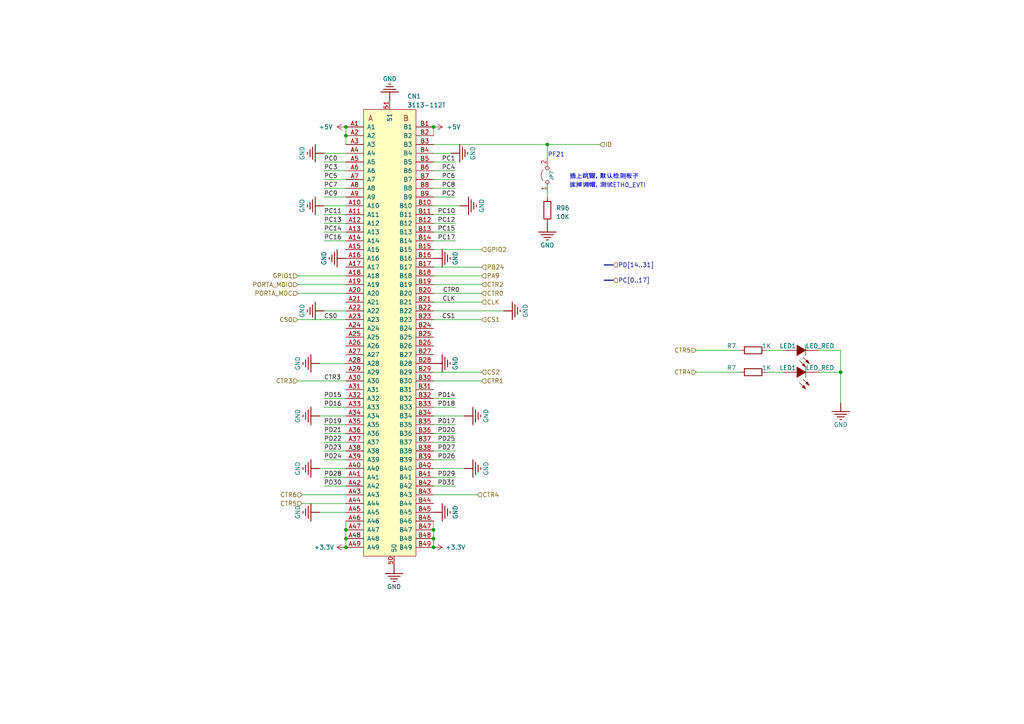
<source format=kicad_sch>
(kicad_sch (version 20230121) (generator eeschema)
  (paper "A4")
  (title_block (title "HPM5E00EVK") (date "2024-04-06") (rev "RevB") (comment 1 "PPI"))
  (lib_symbols
    (symbol "00_HPM_power:+3.3V" (power) (pin_names (offset 0))
      (property "Value" "+3.3V" (at 0 3.556 0))
      (symbol "+3.3V_0_1"
        (polyline (pts (xy -0.762 1.27) (xy 0 2.54)))
        (polyline (pts (xy 0 0) (xy 0 2.54)))
        (polyline (pts (xy 0 2.54) (xy 0.762 1.27)))
      )
      (symbol "+3.3V_1_1"
        (pin power_in line (at 0 0 90) (length 0) hide (name "+3.3V") (number "1"))
      )
    )
    (symbol "00_HPM_power:+5V" (power) (pin_names (offset 0))
      (property "Value" "+5V" (at 0 3.556 0))
      (symbol "+5V_0_1"
        (polyline (pts (xy -0.762 1.27) (xy 0 2.54)))
        (polyline (pts (xy 0 0) (xy 0 2.54)))
        (polyline (pts (xy 0 2.54) (xy 0.762 1.27)))
      )
      (symbol "+5V_1_1"
        (pin power_in line (at 0 0 90) (length 0) hide (name "+5V") (number "1"))
      )
    )
    (symbol "00_HPM_power:GND" (power)
      (property "Value" "GND" (at 0 -6.35 0))
      (symbol "GND_0_0"
        (polyline (pts (xy -2.54 -2.54) (xy 2.54 -2.54)) (stroke (width 0.254)))
        (polyline (pts (xy -1.778 -3.302) (xy 1.778 -3.302)) (stroke (width 0.254)))
        (polyline (pts (xy -1.016 -4.064) (xy 1.016 -4.064)) (stroke (width 0.254)))
        (polyline (pts (xy -0.254 -4.826) (xy 0.254 -4.826)) (stroke (width 0.254)))
        (polyline (pts (xy 0 0) (xy 0 -2.54)) (stroke (width 0.254)))
        (pin power_in line (at 0 0 0) (length 0) hide (name "GND") (number ""))
      )
    )
    (symbol "01-HPM-Peripheral:Jumper_2" (pin_names (offset 0) hide)
      (property "Reference" "JP" (at 0 0 90))
      (symbol "Jumper_2_0_0"
        (circle (center -2.032 0) (radius 0.508))
        (circle (center 2.032 0) (radius 0.508))
      )
      (symbol "Jumper_2_0_1"
        (arc (start 1.524 1.27) (mid 0 1.778) (end -1.524 1.27))
      )
      (symbol "Jumper_2_1_1"
        (pin passive line (at -5.08 0 0) (length 2.54) (name "A") (number "1"))
        (pin passive line (at 5.08 0 180) (length 2.54) (name "B") (number "2"))
      )
    )
    (symbol "01-HPM-Peripheral:LED_RED" (pin_numbers hide) (pin_names (offset 1.016) hide)
      (property "Reference" "LED" (at 0 10.16 0))
      (property "Value" "LED_RED" (at 0 13.97 0))
      (symbol "LED_RED_1_1"
        (polyline (pts (xy -2.54 1.524) (xy -2.54 -1.524)) (stroke (width 0.1524)))
        (polyline (pts (xy -1.778 2.032) (xy -3.556 3.81)) (stroke (width 0.1524)))
        (polyline (pts (xy -0.762 3.048) (xy -2.54 4.826)) (stroke (width 0.1524)))
        (polyline (pts (xy -3.556 3.81) (xy -2.54 3.302) (xy -3.048 2.794) (xy -3.556 3.81)) (stroke (width 0.1524)) (fill (type outline)))
        (polyline (pts (xy -2.54 4.826) (xy -1.524 4.318) (xy -2.032 3.81) (xy -2.54 4.826)) (stroke (width 0.1524)) (fill (type outline)))
        (polyline (pts (xy 0 -1.524) (xy -2.54 0) (xy 0 1.524) (xy 0 -1.524)) (stroke (width 0.1524)) (fill (type outline)))
        (pin input line (at -6.35 0 0) (length 3.81) (name "K") (number "1"))
        (pin input line (at 3.81 0 180) (length 3.81) (name "A") (number "2"))
      )
    )
    (symbol "02_HPM_Resistor:10K_0402" (pin_numbers hide) (pin_names (offset 0))
      (property "Reference" "R" (at 0 3.81 0))
      (property "Value" "10K" (at 0 6.35 0))
      (symbol "10K_0402_0_1"
        (rectangle (start 2.54 -1.016) (end -2.54 1.016) (stroke (width 0.254)))
      )
      (symbol "10K_0402_1_1"
        (pin passive line (at -3.81 0 0) (length 1.27) (name "~") (number "1"))
        (pin passive line (at 3.81 0 180) (length 1.27) (name "~") (number "2"))
      )
    )
    (symbol "02_HPM_Resistor:1K_0402" (pin_numbers hide) (pin_names (offset 0))
      (property "Reference" "R" (at 0 3.81 0))
      (property "Value" "1K" (at 0 6.35 0))
      (symbol "1K_0402_0_1"
        (rectangle (start 2.54 -1.016) (end -2.54 1.016) (stroke (width 0.254)))
      )
      (symbol "1K_0402_1_1"
        (pin passive line (at -3.81 0 0) (length 1.27) (name "~") (number "1"))
        (pin passive line (at 3.81 0 180) (length 1.27) (name "~") (number "2"))
      )
    )
    (symbol "05_HPM_Connector_Goldfinger:3113-112T" (pin_names (offset 1.016))
      (property "Reference" "CN" (at -6.985 98.425 0))
      (property "Value" "3113-112T" (at -6.985 95.885 0))
      (symbol "3113-112T_1_1"
        (rectangle (start -8.89 86.36) (end 6.35 -43.18) (fill (type background)))
        (text "A" (at -7.62 83.82 0) (effects (font (size 1.6256 1.6256)) (justify left)))
        (text "B" (at 2.54 83.82 0) (effects (font (size 1.6256 1.6256)) (justify left)))
        (pin input line (at 0 -45.72 90) (length 2.54) (name "50") (number "50"))
        (pin input line (at -1.27 88.9 270) (length 2.54) (name "51") (number "51"))
        (pin input line (at -13.97 81.28 0) (length 5.08) (name "A1") (number "A1"))
        (pin input line (at -13.97 58.42 0) (length 5.08) (name "A10") (number "A10"))
        (pin input line (at -13.97 55.88 0) (length 5.08) (name "A11") (number "A11"))
        (pin input line (at -13.97 53.34 0) (length 5.08) (name "A12") (number "A12"))
        (pin input line (at -13.97 50.8 0) (length 5.08) (name "A13") (number "A13"))
        (pin input line (at -13.97 48.26 0) (length 5.08) (name "A14") (number "A14"))
        (pin input line (at -13.97 45.72 0) (length 5.08) (name "A15") (number "A15"))
        (pin input line (at -13.97 43.18 0) (length 5.08) (name "A16") (number "A16"))
        (pin input line (at -13.97 40.64 0) (length 5.08) (name "A17") (number "A17"))
        (pin input line (at -13.97 38.1 0) (length 5.08) (name "A18") (number "A18"))
        (pin input line (at -13.97 35.56 0) (length 5.08) (name "A19") (number "A19"))
        (pin input line (at -13.97 78.74 0) (length 5.08) (name "A2") (number "A2"))
        (pin input line (at -13.97 33.02 0) (length 5.08) (name "A20") (number "A20"))
        (pin input line (at -13.97 30.48 0) (length 5.08) (name "A21") (number "A21"))
        (pin input line (at -13.97 27.94 0) (length 5.08) (name "A22") (number "A22"))
        (pin input line (at -13.97 25.4 0) (length 5.08) (name "A23") (number "A23"))
        (pin input line (at -13.97 22.86 0) (length 5.08) (name "A24") (number "A24"))
        (pin input line (at -13.97 20.32 0) (length 5.08) (name "A25") (number "A25"))
        (pin input line (at -13.97 17.78 0) (length 5.08) (name "A26") (number "A26"))
        (pin input line (at -13.97 15.24 0) (length 5.08) (name "A27") (number "A27"))
        (pin input line (at -13.97 12.7 0) (length 5.08) (name "A28") (number "A28"))
        (pin input line (at -13.97 10.16 0) (length 5.08) (name "A29") (number "A29"))
        (pin input line (at -13.97 76.2 0) (length 5.08) (name "A3") (number "A3"))
        (pin input line (at -13.97 7.62 0) (length 5.08) (name "A30") (number "A30"))
        (pin input line (at -13.97 5.08 0) (length 5.08) (name "A31") (number "A31"))
        (pin input line (at -13.97 2.54 0) (length 5.08) (name "A32") (number "A32"))
        (pin input line (at -13.97 0 0) (length 5.08) (name "A33") (number "A33"))
        (pin input line (at -13.97 -2.54 0) (length 5.08) (name "A34") (number "A34"))
        (pin input line (at -13.97 -5.08 0) (length 5.08) (name "A35") (number "A35"))
        (pin input line (at -13.97 -7.62 0) (length 5.08) (name "A36") (number "A36"))
        (pin input line (at -13.97 -10.16 0) (length 5.08) (name "A37") (number "A37"))
        (pin input line (at -13.97 -12.7 0) (length 5.08) (name "A38") (number "A38"))
        (pin input line (at -13.97 -15.24 0) (length 5.08) (name "A39") (number "A39"))
        (pin input line (at -13.97 73.66 0) (length 5.08) (name "A4") (number "A4"))
        (pin input line (at -13.97 -17.78 0) (length 5.08) (name "A40") (number "A40"))
        (pin input line (at -13.97 -20.32 0) (length 5.08) (name "A41") (number "A41"))
        (pin input line (at -13.97 -22.86 0) (length 5.08) (name "A42") (number "A42"))
        (pin input line (at -13.97 -25.4 0) (length 5.08) (name "A43") (number "A43"))
        (pin input line (at -13.97 -27.94 0) (length 5.08) (name "A44") (number "A44"))
        (pin input line (at -13.97 -30.48 0) (length 5.08) (name "A45") (number "A45"))
        (pin input line (at -13.97 -33.02 0) (length 5.08) (name "A46") (number "A46"))
        (pin input line (at -13.97 -35.56 0) (length 5.08) (name "A47") (number "A47"))
        (pin input line (at -13.97 -38.1 0) (length 5.08) (name "A48") (number "A48"))
        (pin input line (at -13.97 -40.64 0) (length 5.08) (name "A49") (number "A49"))
        (pin input line (at -13.97 71.12 0) (length 5.08) (name "A5") (number "A5"))
        (pin input line (at -13.97 68.58 0) (length 5.08) (name "A6") (number "A6"))
        (pin input line (at -13.97 66.04 0) (length 5.08) (name "A7") (number "A7"))
        (pin input line (at -13.97 63.5 0) (length 5.08) (name "A8") (number "A8"))
        (pin input line (at -13.97 60.96 0) (length 5.08) (name "A9") (number "A9"))
        (pin input line (at 11.43 81.28 180) (length 5.08) (name "B1") (number "B1"))
        (pin input line (at 11.43 58.42 180) (length 5.08) (name "B10") (number "B10"))
        (pin input line (at 11.43 55.88 180) (length 5.08) (name "B11") (number "B11"))
        (pin input line (at 11.43 53.34 180) (length 5.08) (name "B12") (number "B12"))
        (pin input line (at 11.43 50.8 180) (length 5.08) (name "B13") (number "B13"))
        (pin input line (at 11.43 48.26 180) (length 5.08) (name "B14") (number "B14"))
        (pin input line (at 11.43 45.72 180) (length 5.08) (name "B15") (number "B15"))
        (pin input line (at 11.43 43.18 180) (length 5.08) (name "B16") (number "B16"))
        (pin input line (at 11.43 40.64 180) (length 5.08) (name "B17") (number "B17"))
        (pin input line (at 11.43 38.1 180) (length 5.08) (name "B18") (number "B18"))
        (pin input line (at 11.43 35.56 180) (length 5.08) (name "B19") (number "B19"))
        (pin input line (at 11.43 78.74 180) (length 5.08) (name "B2") (number "B2"))
        (pin input line (at 11.43 33.02 180) (length 5.08) (name "B20") (number "B20"))
        (pin input line (at 11.43 30.48 180) (length 5.08) (name "B21") (number "B21"))
        (pin input line (at 11.43 27.94 180) (length 5.08) (name "B22") (number "B22"))
        (pin input line (at 11.43 25.4 180) (length 5.08) (name "B23") (number "B23"))
        (pin input line (at 11.43 22.86 180) (length 5.08) (name "B24") (number "B24"))
        (pin input line (at 11.43 20.32 180) (length 5.08) (name "B25") (number "B25"))
        (pin input line (at 11.43 17.78 180) (length 5.08) (name "B26") (number "B26"))
        (pin input line (at 11.43 15.24 180) (length 5.08) (name "B27") (number "B27"))
        (pin input line (at 11.43 12.7 180) (length 5.08) (name "B28") (number "B28"))
        (pin input line (at 11.43 10.16 180) (length 5.08) (name "B29") (number "B29"))
        (pin input line (at 11.43 76.2 180) (length 5.08) (name "B3") (number "B3"))
        (pin input line (at 11.43 7.62 180) (length 5.08) (name "B30") (number "B30"))
        (pin input line (at 11.43 5.08 180) (length 5.08) (name "B31") (number "B31"))
        (pin input line (at 11.43 2.54 180) (length 5.08) (name "B32") (number "B32"))
        (pin input line (at 11.43 0 180) (length 5.08) (name "B33") (number "B33"))
        (pin input line (at 11.43 -2.54 180) (length 5.08) (name "B34") (number "B34"))
        (pin input line (at 11.43 -5.08 180) (length 5.08) (name "B35") (number "B35"))
        (pin input line (at 11.43 -7.62 180) (length 5.08) (name "B36") (number "B36"))
        (pin input line (at 11.43 -10.16 180) (length 5.08) (name "B37") (number "B37"))
        (pin input line (at 11.43 -12.7 180) (length 5.08) (name "B38") (number "B38"))
        (pin input line (at 11.43 -15.24 180) (length 5.08) (name "B39") (number "B39"))
        (pin input line (at 11.43 73.66 180) (length 5.08) (name "B4") (number "B4"))
        (pin input line (at 11.43 -17.78 180) (length 5.08) (name "B40") (number "B40"))
        (pin input line (at 11.43 -20.32 180) (length 5.08) (name "B41") (number "B41"))
        (pin input line (at 11.43 -22.86 180) (length 5.08) (name "B42") (number "B42"))
        (pin input line (at 11.43 -25.4 180) (length 5.08) (name "B43") (number "B43"))
        (pin input line (at 11.43 -27.94 180) (length 5.08) (name "B44") (number "B44"))
        (pin input line (at 11.43 -30.48 180) (length 5.08) (name "B45") (number "B45"))
        (pin input line (at 11.43 -33.02 180) (length 5.08) (name "B46") (number "B46"))
        (pin input line (at 11.43 -35.56 180) (length 5.08) (name "B47") (number "B47"))
        (pin input line (at 11.43 -38.1 180) (length 5.08) (name "B48") (number "B48"))
        (pin input line (at 11.43 -40.64 180) (length 5.08) (name "B49") (number "B49"))
        (pin input line (at 11.43 71.12 180) (length 5.08) (name "B5") (number "B5"))
        (pin input line (at 11.43 68.58 180) (length 5.08) (name "B6") (number "B6"))
        (pin input line (at 11.43 66.04 180) (length 5.08) (name "B7") (number "B7"))
        (pin input line (at 11.43 63.5 180) (length 5.08) (name "B8") (number "B8"))
        (pin input line (at 11.43 60.96 180) (length 5.08) (name "B9") (number "B9"))
      )
    )
  )
  (junction (at 243.84 107.95))
  (junction (at 100.33 158.75))
  (junction (at 158.75 41.91))
  (junction (at 125.73 156.21))
  (junction (at 100.33 39.37))
  (junction (at 100.33 153.67))
  (junction (at 125.73 36.83))
  (junction (at 125.73 153.67))
  (junction (at 125.73 158.75))
  (junction (at 100.33 36.83))
  (junction (at 100.33 156.21))
  (wire (pts (xy 222.25 101.6) (xy 227.33 101.6)))
  (wire (pts (xy 125.73 140.97) (xy 132.08 140.97)))
  (wire (pts (xy 100.33 85.09) (xy 86.36 85.09)))
  (wire (pts (xy 158.75 41.91) (xy 125.73 41.91)))
  (wire (pts (xy 125.73 72.39) (xy 139.7 72.39)))
  (wire (pts (xy 125.73 143.51) (xy 138.43 143.51)))
  (wire (pts (xy 93.98 123.19) (xy 100.33 123.19)))
  (wire (pts (xy 222.25 107.95) (xy 227.33 107.95)))
  (wire (pts (xy 125.73 62.23) (xy 132.08 62.23)))
  (wire (pts (xy 125.73 49.53) (xy 132.08 49.53)))
  (wire (pts (xy 125.73 64.77) (xy 132.08 64.77)))
  (wire (pts (xy 93.98 62.23) (xy 100.33 62.23)))
  (wire (pts (xy 125.73 153.67) (xy 125.73 156.21)))
  (wire (pts (xy 158.75 45.72) (xy 158.75 41.91)))
  (wire (pts (xy 130.81 44.45) (xy 125.73 44.45)))
  (wire (pts (xy 93.98 64.77) (xy 100.33 64.77)))
  (wire (pts (xy 237.49 101.6) (xy 243.84 101.6)))
  (wire (pts (xy 243.84 101.6) (xy 243.84 107.95)))
  (wire (pts (xy 125.73 130.81) (xy 132.08 130.81)))
  (wire (pts (xy 125.73 128.27) (xy 132.08 128.27)))
  (wire (pts (xy 125.73 57.15) (xy 132.08 57.15)))
  (wire (pts (xy 93.98 133.35) (xy 100.33 133.35)))
  (wire (pts (xy 125.73 107.95) (xy 139.7 107.95)))
  (wire (pts (xy 93.98 57.15) (xy 100.33 57.15)))
  (wire (pts (xy 125.73 125.73) (xy 132.08 125.73)))
  (wire (pts (xy 125.73 52.07) (xy 132.08 52.07)))
  (wire (pts (xy 93.98 140.97) (xy 100.33 140.97)))
  (wire (pts (xy 92.71 135.89) (xy 100.33 135.89)))
  (wire (pts (xy 100.33 82.55) (xy 86.36 82.55)))
  (wire (pts (xy 100.33 36.83) (xy 100.33 39.37)))
  (wire (pts (xy 100.33 151.13) (xy 100.33 153.67)))
  (wire (pts (xy 125.73 138.43) (xy 132.08 138.43)))
  (wire (pts (xy 173.99 41.91) (xy 158.75 41.91)))
  (wire (pts (xy 93.98 49.53) (xy 100.33 49.53)))
  (wire (pts (xy 93.98 52.07) (xy 100.33 52.07)))
  (wire (pts (xy 139.7 82.55) (xy 125.73 82.55)))
  (wire (pts (xy 93.98 125.73) (xy 100.33 125.73)))
  (bus (pts (xy 175.26 81.28) (xy 177.8 81.28)))
  (wire (pts (xy 92.71 120.65) (xy 100.33 120.65)))
  (wire (pts (xy 158.75 57.15) (xy 158.75 55.88)))
  (wire (pts (xy 92.71 105.41) (xy 100.33 105.41)))
  (wire (pts (xy 87.63 143.51) (xy 100.33 143.51)))
  (wire (pts (xy 125.73 67.31) (xy 132.08 67.31)))
  (wire (pts (xy 134.62 120.65) (xy 125.73 120.65)))
  (wire (pts (xy 237.49 107.95) (xy 243.84 107.95)))
  (wire (pts (xy 125.73 92.71) (xy 139.7 92.71)))
  (wire (pts (xy 93.98 69.85) (xy 100.33 69.85)))
  (wire (pts (xy 93.98 128.27) (xy 100.33 128.27)))
  (wire (pts (xy 100.33 156.21) (xy 100.33 158.75)))
  (wire (pts (xy 93.98 115.57) (xy 100.33 115.57)))
  (wire (pts (xy 93.98 46.99) (xy 100.33 46.99)))
  (wire (pts (xy 93.98 90.17) (xy 100.33 90.17)))
  (wire (pts (xy 87.63 146.05) (xy 100.33 146.05)))
  (wire (pts (xy 125.73 133.35) (xy 132.08 133.35)))
  (wire (pts (xy 125.73 46.99) (xy 132.08 46.99)))
  (wire (pts (xy 125.73 87.63) (xy 139.7 87.63)))
  (wire (pts (xy 125.73 80.01) (xy 139.7 80.01)))
  (wire (pts (xy 125.73 69.85) (xy 132.08 69.85)))
  (wire (pts (xy 92.71 148.59) (xy 100.33 148.59)))
  (wire (pts (xy 93.98 67.31) (xy 100.33 67.31)))
  (wire (pts (xy 134.62 135.89) (xy 125.73 135.89)))
  (wire (pts (xy 100.33 39.37) (xy 100.33 41.91)))
  (wire (pts (xy 125.73 115.57) (xy 132.08 115.57)))
  (wire (pts (xy 201.93 107.95) (xy 214.63 107.95)) (stroke (width 0.15)))
  (wire (pts (xy 100.33 153.67) (xy 100.33 156.21)))
  (wire (pts (xy 125.73 151.13) (xy 125.73 153.67)))
  (wire (pts (xy 93.98 138.43) (xy 100.33 138.43)))
  (wire (pts (xy 125.73 123.19) (xy 132.08 123.19)))
  (wire (pts (xy 125.73 85.09) (xy 139.7 85.09)))
  (wire (pts (xy 93.98 130.81) (xy 100.33 130.81)))
  (wire (pts (xy 86.36 92.71) (xy 100.33 92.71)))
  (wire (pts (xy 125.73 110.49) (xy 139.7 110.49)))
  (wire (pts (xy 125.73 156.21) (xy 125.73 158.75)))
  (wire (pts (xy 93.98 59.69) (xy 100.33 59.69)))
  (wire (pts (xy 125.73 118.11) (xy 132.08 118.11)))
  (wire (pts (xy 125.73 77.47) (xy 139.7 77.47)))
  (wire (pts (xy 133.35 59.69) (xy 125.73 59.69)))
  (wire (pts (xy 243.84 107.95) (xy 243.84 116.84)))
  (bus (pts (xy 175.26 76.835) (xy 177.8 76.835)))
  (wire (pts (xy 201.93 101.6) (xy 214.63 101.6)) (stroke (width 0.15)))
  (wire (pts (xy 93.98 54.61) (xy 100.33 54.61)))
  (wire (pts (xy 86.36 110.49) (xy 100.33 110.49)))
  (wire (pts (xy 100.33 80.01) (xy 86.36 80.01)))
  (wire (pts (xy 93.98 118.11) (xy 100.33 118.11)))
  (wire (pts (xy 125.73 36.83) (xy 125.73 39.37)))
  (wire (pts (xy 125.73 54.61) (xy 132.08 54.61)))
  (wire (pts (xy 93.98 44.45) (xy 100.33 44.45)))
  (wire (pts (xy 146.05 90.17) (xy 125.73 90.17)))
  (text "插上跳冒，默认检测板子" (at 165.1 52.07 0) (effects (font (size 1.27 1.27)) (justify left bottom)))
  (text "拔掉调帽，测试ETH0_EVTI" (at 165.1 54.61 0) (effects (font (size 1.27 1.27)) (justify left bottom)))
  (text "PF21" (at 163.83 45.72 0) (effects (font (size 1.27 1.27)) (justify right bottom)))
  (label "PC17" (at 132.08 69.85 180))
  (label "CS1" (at 132.08 92.71 180))
  (label "PC0" (at 93.98 46.99 0))
  (label "PC2" (at 132.08 57.15 180))
  (label "PC14" (at 93.98 67.31 0))
  (label "PD17" (at 132.08 123.19 180))
  (label "CTR0" (at 133.35 85.09 180))
  (label "PD18" (at 132.08 118.11 180))
  (label "CTR3" (at 93.98 110.49 0))
  (label "PD19" (at 93.98 123.19 0))
  (label "PD22" (at 93.98 128.27 0))
  (label "PD30" (at 93.98 140.97 0))
  (label "PD25" (at 132.08 128.27 180))
  (label "PD24" (at 93.98 133.35 0))
  (label "CS0" (at 93.98 92.71 0))
  (label "PC12" (at 132.08 64.77 180))
  (label "PC5" (at 93.98 52.07 0))
  (label "PD15" (at 93.98 115.57 0))
  (label "CLK" (at 132.08 87.63 180))
  (label "PD28" (at 93.98 138.43 0))
  (label "PC9" (at 93.98 57.15 0))
  (label "PC16" (at 93.98 69.85 0))
  (label "PD16" (at 93.98 118.11 0))
  (label "PC1" (at 132.08 46.99 180))
  (label "PC13" (at 93.98 64.77 0))
  (label "PD31" (at 132.08 140.97 180))
  (label "PC15" (at 132.08 67.31 180))
  (label "PC10" (at 132.08 62.23 180))
  (label "PD29" (at 132.08 138.43 180))
  (label "PD26" (at 132.08 133.35 180))
  (label "PC6" (at 132.08 52.07 180))
  (label "PD27" (at 132.08 130.81 180))
  (label "PC7" (at 93.98 54.61 0))
  (label "PD23" (at 93.98 130.81 0))
  (label "PD21" (at 93.98 125.73 0))
  (label "PD20" (at 132.08 125.73 180))
  (label "PC4" (at 132.08 49.53 180))
  (label "PC11" (at 93.98 62.23 0))
  (label "PC8" (at 132.08 54.61 180))
  (label "PD14" (at 132.08 115.57 180))
  (label "PC3" (at 93.98 49.53 0))
  (hierarchical_label "CS2" (shape input) (at 139.7 107.95 0))
  (hierarchical_label "PB24" (shape input) (at 139.7 77.47 0))
  (hierarchical_label "GPIO2" (shape input) (at 139.7 72.39 0))
  (hierarchical_label "PORTA_MDC" (shape input) (at 86.36 85.09 180))
  (hierarchical_label "CTR5" (shape input) (at 87.63 146.05 180))
  (hierarchical_label "ID" (shape input) (at 173.99 41.91 0))
  (hierarchical_label "CLK" (shape input) (at 139.7 87.63 0))
  (hierarchical_label "CTR3" (shape input) (at 86.36 110.49 180))
  (hierarchical_label "CS0" (shape input) (at 86.36 92.71 180))
  (hierarchical_label "CTR2" (shape input) (at 139.7 82.55 0))
  (hierarchical_label "CTR4" (shape input) (at 201.93 107.95 180))
  (hierarchical_label "PC[0..17]" (shape input) (at 177.8 81.28 0))
  (hierarchical_label "CTR4" (shape input) (at 138.43 143.51 0))
  (hierarchical_label "PD[14..31]" (shape input) (at 177.8 76.835 0))
  (hierarchical_label "PA9" (shape input) (at 139.7 80.01 0))
  (hierarchical_label "CTR6" (shape input) (at 87.63 143.51 180))
  (hierarchical_label "CTR1" (shape input) (at 139.7 110.49 0))
  (hierarchical_label "CTR5" (shape input) (at 201.93 101.6 180))
  (hierarchical_label "CS1" (shape input) (at 139.7 92.71 0))
  (hierarchical_label "PORTA_MDIO" (shape input) (at 86.36 82.55 180))
  (hierarchical_label "CTR0" (shape input) (at 139.7 85.09 0))
  (hierarchical_label "GPIO1" (shape input) (at 86.36 80.01 180))
  (symbol (lib_id "00_HPM_power:GND") (at 146.05 90.17 90) (unit 1)
    (property "Reference" "#PWR?" (effects hide))
    (property "Value" "GND" (at 152.4 90.17 0))
    (instances (project "HPM5300-COMM" (path "" (reference "#PWR?") (unit 1))) (project "HPM5E00EVKRevC" (path "" (reference "#PWR0290") (unit 1)) (path "" (reference "#PWR0266") (unit 1))) (project "HPM5300 EVK REVC" (path "" (reference "#PWR?") (unit 1))))
  )
  (symbol (lib_id "01-HPM-Peripheral:LED_RED") (at 231.14 101.6 180) (unit 1)
    (property "Reference" "LED1" (at 226.06 100.33 0) (effects (justify right)))
    (property "Value" "LED_RED" (at 233.68 100.33 0) (effects (justify right)))
    (property "Footprint" "01_HPM_Peripheral:LED_0603" (effects hide))
    (property "Model" "NCD0603R1" (effects hide))
    (property "Company" "国星光电" (effects hide))
    (instances (project "HPM5E00EVKRevC" (path "" (reference "LED1") (unit 1)) (path "" (reference "LED6") (unit 1))))
  )
  (symbol (lib_id "00_HPM_power:GND") (at 92.71 148.59 270) (mirror x) (unit 1)
    (property "Reference" "#PWR?" (effects hide))
    (property "Value" "GND" (at 86.36 148.59 0))
    (instances (project "HPM5300-COMM" (path "" (reference "#PWR?") (unit 1))) (project "HPM5E00EVKRevC" (path "" (reference "#PWR0249") (unit 1)) (path "" (reference "#PWR0273") (unit 1))) (project "HPM5300 EVK REVC" (path "" (reference "#PWR?") (unit 1))))
  )
  (symbol (lib_id "00_HPM_power:GND") (at 134.62 135.89 90) (unit 1)
    (property "Reference" "#PWR?" (effects hide))
    (property "Value" "GND" (at 140.97 135.89 0))
    (instances (project "HPM5300-COMM" (path "" (reference "#PWR?") (unit 1))) (project "HPM5E00EVKRevC" (path "" (reference "#PWR0293") (unit 1)) (path "" (reference "#PWR0272") (unit 1))) (project "HPM5300 EVK REVC" (path "" (reference "#PWR?") (unit 1))))
  )
  (symbol (lib_id "00_HPM_power:GND") (at 93.98 59.69 270) (mirror x) (unit 1)
    (property "Reference" "#PWR?" (effects hide))
    (property "Value" "GND" (at 87.63 59.69 0))
    (instances (project "HPM5300-COMM" (path "" (reference "#PWR?") (unit 1))) (project "HPM5E00EVKRevC" (path "" (reference "#PWR0243") (unit 1)) (path "" (reference "#PWR0261") (unit 1))) (project "HPM5300 EVK REVC" (path "" (reference "#PWR?") (unit 1))))
  )
  (symbol (lib_id "00_HPM_power:GND") (at 93.98 44.45 270) (mirror x) (unit 1)
    (property "Reference" "#PWR?" (effects hide))
    (property "Value" "GND" (at 87.63 44.45 0))
    (instances (project "HPM5300-COMM" (path "" (reference "#PWR?") (unit 1))) (project "HPM5E00EVKRevC" (path "" (reference "#PWR0242") (unit 1)) (path "" (reference "#PWR0259") (unit 1))) (project "HPM5300 EVK REVC" (path "" (reference "#PWR?") (unit 1))))
  )
  (symbol (lib_id "00_HPM_power:GND") (at 114.3 163.83 0) (unit 1)
    (property "Reference" "#PWR?" (effects hide))
    (property "Value" "GND" (at 114.3 170.18 0))
    (instances (project "HPM5300-COMM" (path "" (reference "#PWR?") (unit 1))) (project "HPM5E00EVKRevC" (path "" (reference "#PWR0294") (unit 1)) (path "" (reference "#PWR0277") (unit 1))) (project "HPM5300 EVK REVC" (path "" (reference "#PWR?") (unit 1))))
  )
  (symbol (lib_id "00_HPM_power:GND") (at 125.73 148.59 90) (unit 1)
    (property "Reference" "#PWR?" (effects hide))
    (property "Value" "GND" (at 132.08 148.59 0))
    (instances (project "HPM5300-COMM" (path "" (reference "#PWR?") (unit 1))) (project "HPM5E00EVKRevC" (path "" (reference "#PWR0294") (unit 1)) (path "" (reference "#PWR0274") (unit 1))) (project "HPM5300 EVK REVC" (path "" (reference "#PWR?") (unit 1))))
  )
  (symbol (lib_id "02_HPM_Resistor:1K_0402") (at 218.44 101.6 180) (unit 1)
    (property "Reference" "R7" (at 210.82 100.33 0) (effects (justify right)))
    (property "Value" "1K" (at 220.98 100.33 0) (effects (justify right)))
    (property "Footprint" "02_HPM_Resistor:R_0402_1005Metric" (effects hide))
    (property "Model" "0402WGF1001TCE" (effects hide))
    (property "Company" "UNI-ROYAL(厚声)" (effects hide))
    (instances (project "HPM5E00EVKRevC" (path "" (reference "R7") (unit 1)) (path "" (reference "R104") (unit 1))))
  )
  (symbol (lib_id "00_HPM_power:GND") (at 92.71 120.65 270) (mirror x) (unit 1)
    (property "Reference" "#PWR?" (effects hide))
    (property "Value" "GND" (at 86.36 120.65 0))
    (instances (project "HPM5300-COMM" (path "" (reference "#PWR?") (unit 1))) (project "HPM5E00EVKRevC" (path "" (reference "#PWR0247") (unit 1)) (path "" (reference "#PWR0269") (unit 1))) (project "HPM5300 EVK REVC" (path "" (reference "#PWR?") (unit 1))))
  )
  (symbol (lib_id "01-HPM-Peripheral:Jumper_2") (at 158.75 50.8 90) (unit 1)
    (property "Reference" "JP7" (at 160.02 49.53 0) (effects (font (size 1 1)) (justify right)))
    (property "Value" "Jumper_2" (effects hide))
    (property "Footprint" "05_HPM_Connector_PinHeader:PinHeader_1x02_P2.54mm_Vertical" (effects hide))
    (property "Model" "跳帽" (effects hide))
    (instances (project "HPM5E00EVKRevC" (path "" (reference "JP7") (unit 1)) (path "" (reference "JP8") (unit 1))))
  )
  (symbol (lib_id "05_HPM_Connector_Goldfinger:3113-112T") (at 114.3 118.11 0) (unit 1)
    (property "Reference" "CN1" (at 118.11 27.94 0) (effects (justify left)))
    (property "Value" "3113-112T" (at 118.11 30.48 0) (effects (justify left)))
    (property "Footprint" "05_HPM_Connector_Goldfinger:CONN-SMD_98P-P1.00-V_3133" (effects hide))
    (property "SuppliersPartNumber" "C404103" (effects hide))
    (property "Model" "3113-112T" (effects hide))
    (property "Company" "UMaxconn(友贸)" (effects hide))
  )
  (symbol (lib_id "00_HPM_power:GND") (at 100.33 74.93 270) (mirror x) (unit 1)
    (property "Reference" "#PWR?" (effects hide))
    (property "Value" "GND" (at 93.98 74.93 0))
    (instances (project "HPM5300-COMM" (path "" (reference "#PWR?") (unit 1))) (project "HPM5E00EVKRevC" (path "" (reference "#PWR0244") (unit 1)) (path "" (reference "#PWR0263") (unit 1))) (project "HPM5300 EVK REVC" (path "" (reference "#PWR?") (unit 1))))
  )
  (symbol (lib_id "00_HPM_power:GND") (at 130.81 44.45 90) (unit 1)
    (property "Reference" "#PWR?" (effects hide))
    (property "Value" "GND" (at 137.16 44.45 0))
    (instances (project "HPM5300-COMM" (path "" (reference "#PWR?") (unit 1))) (project "HPM5E00EVKRevC" (path "" (reference "#PWR0255") (unit 1)) (path "" (reference "#PWR0260") (unit 1))) (project "HPM5300 EVK REVC" (path "" (reference "#PWR?") (unit 1))))
  )
  (symbol (lib_id "00_HPM_power:+5V") (at 100.33 36.83 90) (mirror x) (unit 1)
    (property "Reference" "#PWR0241" (effects hide))
    (property "Value" "+5V" (at 96.52 36.83 90) (effects (justify left)))
    (instances (project "HPM5E00EVKRevC" (path "" (reference "#PWR0241") (unit 1)) (path "" (reference "#PWR0257") (unit 1))))
  )
  (symbol (lib_id "00_HPM_power:GND") (at 113.03 29.21 0) (mirror x) (unit 1)
    (property "Reference" "#PWR?" (effects hide))
    (property "Value" "GND" (at 113.03 22.86 0))
    (instances (project "HPM5300-COMM" (path "" (reference "#PWR?") (unit 1))) (project "HPM5E00EVKRevC" (path "" (reference "#PWR0252") (unit 1)) (path "" (reference "#PWR0256") (unit 1))) (project "HPM5300 EVK REVC" (path "" (reference "#PWR?") (unit 1))))
  )
  (symbol (lib_id "00_HPM_power:GND") (at 134.62 120.65 90) (unit 1)
    (property "Reference" "#PWR?" (effects hide))
    (property "Value" "GND" (at 140.97 120.65 0))
    (instances (project "HPM5300-COMM" (path "" (reference "#PWR?") (unit 1))) (project "HPM5E00EVKRevC" (path "" (reference "#PWR0292") (unit 1)) (path "" (reference "#PWR0270") (unit 1))) (project "HPM5300 EVK REVC" (path "" (reference "#PWR?") (unit 1))))
  )
  (symbol (lib_id "00_HPM_power:GND") (at 158.75 64.77 0) (unit 1)
    (property "Reference" "#PWR?" (effects hide))
    (property "Value" "GND" (at 158.75 71.12 0))
    (instances (project "HPM5300-COMM" (path "" (reference "#PWR?") (unit 1))) (project "HPM5E00EVKRevC" (path "" (reference "#PWR0294") (unit 1)) (path "" (reference "#PWR0280") (unit 1))) (project "HPM5300 EVK REVC" (path "" (reference "#PWR?") (unit 1))))
  )
  (symbol (lib_id "00_HPM_power:GND") (at 125.73 105.41 90) (unit 1)
    (property "Reference" "#PWR?" (effects hide))
    (property "Value" "GND" (at 132.08 105.41 0))
    (instances (project "HPM5300-COMM" (path "" (reference "#PWR?") (unit 1))) (project "HPM5E00EVKRevC" (path "" (reference "#PWR0291") (unit 1)) (path "" (reference "#PWR0268") (unit 1))) (project "HPM5300 EVK REVC" (path "" (reference "#PWR?") (unit 1))))
  )
  (symbol (lib_id "01-HPM-Peripheral:LED_RED") (at 231.14 107.95 180) (unit 1)
    (property "Reference" "LED1" (at 226.06 106.68 0) (effects (justify right)))
    (property "Value" "LED_RED" (at 233.68 106.68 0) (effects (justify right)))
    (property "Footprint" "01_HPM_Peripheral:LED_0603" (effects hide))
    (property "Model" "NCD0603R1" (effects hide))
    (property "Company" "国星光电" (effects hide))
    (instances (project "HPM5E00EVKRevC" (path "" (reference "LED1") (unit 1)) (path "" (reference "LED7") (unit 1))))
  )
  (symbol (lib_id "00_HPM_power:GND") (at 92.71 135.89 270) (mirror x) (unit 1)
    (property "Reference" "#PWR?" (effects hide))
    (property "Value" "GND" (at 86.36 135.89 0))
    (instances (project "HPM5300-COMM" (path "" (reference "#PWR?") (unit 1))) (project "HPM5E00EVKRevC" (path "" (reference "#PWR0248") (unit 1)) (path "" (reference "#PWR0271") (unit 1))) (project "HPM5300 EVK REVC" (path "" (reference "#PWR?") (unit 1))))
  )
  (symbol (lib_id "00_HPM_power:+3.3V") (at 100.33 158.75 90) (mirror x) (unit 1)
    (property "Reference" "#PWR?" (effects hide))
    (property "Value" "+3.3V" (at 93.98 158.75 90))
    (instances (project "HPM5300-COMM" (path "" (reference "#PWR?") (unit 1))) (project "HPM5E00EVKRevC" (path "" (reference "#PWR0250") (unit 1)) (path "" (reference "#PWR0275") (unit 1))) (project "HPM5300 EVK REVC" (path "" (reference "#PWR?") (unit 1))))
  )
  (symbol (lib_id "00_HPM_power:+3.3V") (at 125.73 158.75 270) (unit 1)
    (property "Reference" "#PWR?" (effects hide))
    (property "Value" "+3.3V" (at 132.08 158.75 90))
    (instances (project "HPM5300-COMM" (path "" (reference "#PWR?") (unit 1))) (project "HPM5E00EVKRevC" (path "" (reference "#PWR0295") (unit 1)) (path "" (reference "#PWR0276") (unit 1))) (project "HPM5300 EVK REVC" (path "" (reference "#PWR?") (unit 1))))
  )
  (symbol (lib_id "00_HPM_power:GND") (at 93.98 90.17 270) (mirror x) (unit 1)
    (property "Reference" "#PWR?" (effects hide))
    (property "Value" "GND" (at 87.63 90.17 0))
    (instances (project "HPM5300-COMM" (path "" (reference "#PWR?") (unit 1))) (project "HPM5E00EVKRevC" (path "" (reference "#PWR0245") (unit 1)) (path "" (reference "#PWR0265") (unit 1))) (project "HPM5300 EVK REVC" (path "" (reference "#PWR?") (unit 1))))
  )
  (symbol (lib_id "00_HPM_power:GND") (at 133.35 59.69 90) (unit 1)
    (property "Reference" "#PWR?" (effects hide))
    (property "Value" "GND" (at 139.7 59.69 0))
    (instances (project "HPM5300-COMM" (path "" (reference "#PWR?") (unit 1))) (project "HPM5E00EVKRevC" (path "" (reference "#PWR0288") (unit 1)) (path "" (reference "#PWR0262") (unit 1))) (project "HPM5300 EVK REVC" (path "" (reference "#PWR?") (unit 1))))
  )
  (symbol (lib_id "00_HPM_power:GND") (at 92.71 105.41 270) (mirror x) (unit 1)
    (property "Reference" "#PWR?" (effects hide))
    (property "Value" "GND" (at 86.36 105.41 0))
    (instances (project "HPM5300-COMM" (path "" (reference "#PWR?") (unit 1))) (project "HPM5E00EVKRevC" (path "" (reference "#PWR0246") (unit 1)) (path "" (reference "#PWR0267") (unit 1))) (project "HPM5300 EVK REVC" (path "" (reference "#PWR?") (unit 1))))
  )
  (symbol (lib_id "02_HPM_Resistor:10K_0402") (at 158.75 60.96 90) (unit 1)
    (property "Reference" "R96" (at 161.29 60.325 90) (effects (justify right)))
    (property "Value" "10K" (at 161.29 62.865 90) (effects (justify right)))
    (property "Footprint" "02_HPM_Resistor:R_0402_1005Metric" (effects hide))
    (property "Model" "0402WGF1002TCE" (effects hide))
    (property "Company" "UNI-ROYAL(厚声)" (effects hide))
  )
  (symbol (lib_id "02_HPM_Resistor:1K_0402") (at 218.44 107.95 180) (unit 1)
    (property "Reference" "R7" (at 210.82 106.68 0) (effects (justify right)))
    (property "Value" "1K" (at 220.98 106.68 0) (effects (justify right)))
    (property "Footprint" "02_HPM_Resistor:R_0402_1005Metric" (effects hide))
    (property "Model" "0402WGF1001TCE" (effects hide))
    (property "Company" "UNI-ROYAL(厚声)" (effects hide))
    (instances (project "HPM5E00EVKRevC" (path "" (reference "R7") (unit 1)) (path "" (reference "R105") (unit 1))))
  )
  (symbol (lib_id "00_HPM_power:+5V") (at 125.73 36.83 270) (unit 1)
    (property "Reference" "#PWR0254" (effects hide))
    (property "Value" "+5V" (at 129.54 36.83 90) (effects (justify left)))
    (instances (project "HPM5E00EVKRevC" (path "" (reference "#PWR0254") (unit 1)) (path "" (reference "#PWR0258") (unit 1))))
  )
  (symbol (lib_id "00_HPM_power:GND") (at 125.73 74.93 90) (unit 1)
    (property "Reference" "#PWR?" (effects hide))
    (property "Value" "GND" (at 132.08 74.93 0))
    (instances (project "HPM5300-COMM" (path "" (reference "#PWR?") (unit 1))) (project "HPM5E00EVKRevC" (path "" (reference "#PWR0289") (unit 1)) (path "" (reference "#PWR0264") (unit 1))) (project "HPM5300 EVK REVC" (path "" (reference "#PWR?") (unit 1))))
  )
  (symbol (lib_id "00_HPM_power:GND") (at 243.84 116.84 0) (unit 1)
    (property "Reference" "#PWR?" (effects hide))
    (property "Value" "GND" (at 243.84 123.19 0))
    (instances (project "HPM5300-COMM" (path "" (reference "#PWR?") (unit 1))) (project "HPM5E00EVKRevC" (path "" (reference "#PWR0294") (unit 1)) (path "" (reference "#PWR0281") (unit 1))) (project "HPM5300 EVK REVC" (path "" (reference "#PWR?") (unit 1))))
  )
)
</source>
